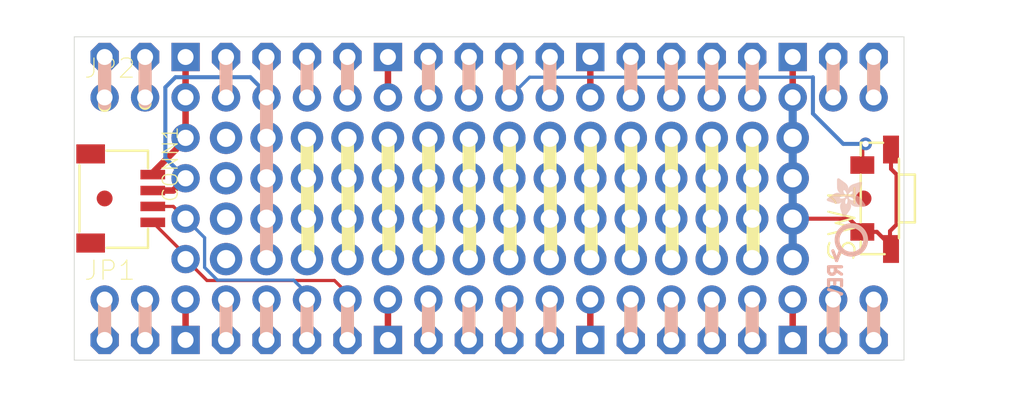
<source format=kicad_pcb>
(kicad_pcb (version 20211014) (generator pcbnew)
  (layers (0 "F.Cu" signal) (31 "B.Cu" signal) (34 "B.Paste" user) (35 "F.Paste" user) (36 "B.SilkS" user "B.Silkscreen") (37 "F.SilkS" user "F.Silkscreen") (38 "B.Mask" user) (39 "F.Mask" user) (44 "Edge.Cuts" user))
  (net 0 "")
  (net 1 "N$49")
  (net 2 "N$50")
  (net 3 "N$51")
  (net 4 "N$52")
  (net 5 "PR2")
  (net 6 "PR3")
  (net 7 "PR4")
  (net 8 "PR5")
  (net 9 "PR6")
  (net 10 "PR7")
  (net 11 "PR8")
  (net 12 "PR9")
  (net 13 "PR10")
  (net 14 "PR11")
  (net 15 "PR12")
  (net 16 "IO0")
  (net 17 "IO1")
  (net 18 "IO2")
  (net 19 "IO3")
  (net 20 "IO4")
  (net 21 "IO5")
  (net 22 "IO6")
  (net 23 "IO7")
  (net 24 "IO8")
  (net 25 "IO9")
  (net 26 "IO10")
  (net 27 "IO11")
  (net 28 "IO12")
  (net 29 "IO13")
  (net 30 "IO14")
  (net 31 "IO15")
  (net 32 "VBUS")
  (net 33 "VSYS")
  (net 34 "GND")
  (net 35 "~{EN}")
  (net 36 "3.3V")
  (net 37 "VREF")
  (net 38 "AD2")
  (net 39 "AD1")
  (net 40 "AD0")
  (net 41 "~{RESET}")
  (net 42 "IO22")
  (net 43 "IO21")
  (net 44 "IO20")
  (net 45 "IO19")
  (net 46 "IO18")
  (net 47 "IO17")
  (net 48 "IO16")
  (net 49 "PR1")
  (footprint "eagleBoard:PLABEL3" (layer "F.Cu") (at 131.1656 112.5601)
    (fp_text reference "PLABEL3" hide)
    (fp_text value "" hide)
  )
  (footprint "eagleBoard:PLABEL8" (layer "F.Cu") (at 146.2151 112.6236)
    (fp_text reference "PLABEL8" hide)
    (fp_text value "" hide)
  )
  (footprint "eagleBoard:PLABEL30" (layer "F.Cu") (at 122.5931 109.8931)
    (fp_text reference "PLABEL30" hide)
    (fp_text value "" hide)
  )
  (footprint "eagleBoard:SPST_TACTILE_RA" (layer "F.Cu") (at 172.8216 105.0036 -90)
    (fp_text reference "SW1" (at 4.131 2.149 90) (layer "F.SilkS") (effects (font (size 1.647139 1.647139) (thickness 0.130861)) (justify left)))
    (fp_text value "RA Tact" hide)
    (pad "" np_thru_hole circle (at -1.15 -0.3 270) (size 1 1) (drill 1) (layers *.Cu *.Mask))
    (pad "" np_thru_hole circle (at 1.15 -0.3 270) (size 1 1) (drill 1) (layers *.Cu *.Mask))
    (pad "1" smd rect (at 2.1 0.9 180) (size 1.5 1.1) (layers "F.Cu" "F.Paste" "F.Mask") (net 34 "GND"))
    (pad "2" smd rect (at -2.1 0.9 180) (size 1.5 1.1) (layers "F.Cu" "F.Paste" "F.Mask") (net 41 "~{RESET}"))
    (pad "MT1" smd rect (at 3.175 -0.9 270) (size 1.75 1) (layers "F.Cu" "F.Paste" "F.Mask") (net 34 "GND"))
    (pad "MT2" smd rect (at -3.075 -0.9 270) (size 1.75 1) (layers "F.Cu" "F.Paste" "F.Mask") (net 34 "GND"))
  )
  (footprint "eagleBoard:PLABEL31" (layer "F.Cu") (at 127.9906 108.8136)
    (fp_text reference "PLABEL31" hide)
    (fp_text value "" hide)
  )
  (footprint "eagleBoard:PLABEL1" (layer "F.Cu") (at 125.8951 112.6236)
    (fp_text reference "PLABEL1" hide)
    (fp_text value "" hide)
  )
  (footprint "eagleBoard:PLABEL4" (layer "F.Cu") (at 133.5151 112.6236)
    (fp_text reference "PLABEL4" hide)
    (fp_text value "" hide)
  )
  (footprint "eagleBoard:PLABEL28" (layer "F.Cu") (at 135.8011 97.3836 90)
    (fp_text reference "PLABEL28" hide)
    (fp_text value "" hide)
  )
  (footprint "eagleBoard:PLABEL14" (layer "F.Cu") (at 148.7551 97.3836)
    (fp_text reference "PLABEL14" hide)
    (fp_text value "" hide)
  )
  (footprint "eagleBoard:FIDUCIAL_1MM" (layer "F.Cu") (at 171.9961 105.0036)
    (fp_text reference "FID2" hide)
    (fp_text value "FIDUCIAL_1MM" hide)
    (pad "1" smd roundrect (at 0 0) (size 1 1) (layers "F.Cu" "F.Mask") (roundrect_rratio 0.5))
  )
  (footprint "eagleBoard:PLABEL15" (layer "F.Cu") (at 172.5676 109.7661)
    (fp_text reference "PLABEL15" hide)
    (fp_text value "" hide)
  )
  (footprint "eagleBoard:PLABEL20" (layer "F.Cu") (at 158.6611 97.3836 90)
    (fp_text reference "PLABEL20" hide)
    (fp_text value "" hide)
  )
  (footprint "eagleBoard:PLABEL32" (layer "F.Cu") (at 128.4986 102.5906 90)
    (fp_text reference "PLABEL32" hide)
    (fp_text value "" hide)
  )
  (footprint "eagleBoard:PLABEL29" (layer "F.Cu") (at 122.5296 101.3206)
    (fp_text reference "PLABEL29" hide)
    (fp_text value "" hide)
  )
  (footprint "eagleBoard:PLABEL23" (layer "F.Cu") (at 163.7411 112.6236 90)
    (fp_text reference "PLABEL23" hide)
    (fp_text value "" hide)
  )
  (footprint "eagleBoard:PLABEL19" (layer "F.Cu") (at 151.0411 97.3836 90)
    (fp_text reference "PLABEL19" hide)
    (fp_text value "" hide)
  )
  (footprint "eagleBoard:PLABEL33" (layer "F.Cu") (at 128.3716 107.3531 90)
    (fp_text reference "PLABEL33" hide)
    (fp_text value "" hide)
  )
  (footprint "eagleBoard:PLABEL13" (layer "F.Cu") (at 133.2611 97.3836 90)
    (fp_text reference "PLABEL13" hide)
    (fp_text value "" hide)
  )
  (footprint "eagleBoard:PLABEL21" (layer "F.Cu") (at 163.7411 97.3836 90)
    (fp_text reference "PLABEL21" hide)
    (fp_text value "" hide)
  )
  (footprint "eagleBoard:PLABEL9" (layer "F.Cu") (at 148.7551 112.6236)
    (fp_text reference "PLABEL9" hide)
    (fp_text value "" hide)
  )
  (footprint "eagleBoard:JST_SH4" (layer "F.Cu") (at 125.3871 105.0036 -90)
    (fp_text reference "CONN1" (at -4.6 -3.106 90) (layer "F.SilkS") (effects (font (size 0.941222 0.941222) (thickness 0.074778)) (justify right)))
    (fp_text value "STEMMA_I2C_QT" hide)
    (pad "1" smd rect (at -1.5 -2.006) (size 1.55 0.6) (layers "F.Cu" "F.Paste" "F.Mask") (net 34 "GND"))
    (pad "2" smd rect (at -0.5 -2.006) (size 1.55 0.6) (layers "F.Cu" "F.Paste" "F.Mask") (net 36 "3.3V"))
    (pad "3" smd rect (at 0.5 -2.006) (size 1.55 0.6) (layers "F.Cu" "F.Paste" "F.Mask") (net 20 "IO4"))
    (pad "4" smd rect (at 1.5 -2.006) (size 1.55 0.6) (layers "F.Cu" "F.Paste" "F.Mask") (net 21 "IO5"))
    (pad "MT1" smd rect (at -2.8 1.894) (size 1.8 1.2) (layers "F.Cu" "F.Paste" "F.Mask"))
    (pad "MT2" smd rect (at 2.8 1.894) (size 1.8 1.2) (layers "F.Cu" "F.Paste" "F.Mask"))
  )
  (footprint "eagleBoard:PLABEL5" (layer "F.Cu") (at 136.0551 112.6236)
    (fp_text reference "PLABEL5" hide)
    (fp_text value "" hide)
  )
  (footprint "eagleBoard:PLABEL34" (layer "F.Cu") (at 127.9271 101.1936)
    (fp_text reference "PLABEL34" hide)
    (fp_text value "" hide)
  )
  (footprint "eagleBoard:FIDUCIAL_1MM" (layer "F.Cu") (at 124.3711 105.0036)
    (fp_text reference "FID1" hide)
    (fp_text value "FIDUCIAL_1MM" hide)
    (pad "1" smd roundrect (at 0 0) (size 1 1) (layers "F.Cu" "F.Mask") (roundrect_rratio 0.5))
  )
  (footprint "eagleBoard:PLABEL0" (layer "F.Cu") (at 170.3451 105.0036 -90)
    (fp_text reference "PLABEL0" hide)
    (fp_text value "" hide)
  )
  (footprint "eagleBoard:PLABEL27" (layer "F.Cu") (at 138.2776 97.5106 90)
    (fp_text reference "PLABEL27" hide)
    (fp_text value "" hide)
  )
  (footprint "eagleBoard:PLABEL26" (layer "F.Cu") (at 145.9611 97.4471 90)
    (fp_text reference "PLABEL26" hide)
    (fp_text value "" hide)
  )
  (footprint "eagleBoard:PLABEL12" (layer "F.Cu") (at 125.6411 97.3836 90)
    (fp_text reference "PLABEL12" hide)
    (fp_text value "" hide)
  )
  (footprint "eagleBoard:PLABEL22" (layer "F.Cu") (at 158.6611 112.6236 90)
    (fp_text reference "PLABEL22" hide)
    (fp_text value "" hide)
  )
  (footprint "eagleBoard:PLABEL18" (layer "F.Cu") (at 170.0911 100.3046)
    (fp_text reference "PLABEL18" hide)
    (fp_text value "" hide)
  )
  (footprint "eagleBoard:PLABEL16" (layer "F.Cu") (at 170.0276 109.7661)
    (fp_text reference "PLABEL16" hide)
    (fp_text value "" hide)
  )
  (footprint "eagleBoard:PLABEL6" (layer "F.Cu") (at 138.5951 112.6236)
    (fp_text reference "PLABEL6" hide)
    (fp_text value "" hide)
  )
  (footprint "eagleBoard:1X20_ROUND_70MIL" (layer "F.Cu") (at 148.5011 98.6536)
    (fp_text reference "JP2" (at -25.4762 -1.8288) (layer "F.SilkS") (effects (font (size 1.20335 1.20335) (thickness 0.06665)) (justify left)))
    (fp_text value "")
    (pad "1" thru_hole circle (at -24.13 0 90) (size 1.778 1.778) (drill 1) (layers *.Cu *.Mask) (net 32 "VBUS"))
    (pad "2" thru_hole circle (at -21.59 0 90) (size 1.778 1.778) (drill 1) (layers *.Cu *.Mask) (net 33 "VSYS"))
    (pad "3" thru_hole circle (at -19.05 0 90) (size 1.778 1.778) (drill 1) (layers *.Cu *.Mask) (net 34 "GND"))
    (pad "4" thru_hole circle (at -16.51 0 90) (size 1.778 1.778) (drill 1) (layers *.Cu *.Mask) (net 35 "~{EN}"))
    (pad "5" thru_hole circle (at -13.97 0 90) (size 1.778 1.778) (drill 1) (layers *.Cu *.Mask) (net 36 "3.3V"))
    (pad "6" thru_hole circle (at -11.43 0 90) (size 1.778 1.778) (drill 1) (layers *.Cu *.Mask) (net 37 "VREF"))
    (pad "7" thru_hole circle (at -8.89 0 90) (size 1.778 1.778) (drill 1) (layers *.Cu *.Mask) (net 38 "AD2"))
    (pad "8" thru_hole circle (at -6.35 0 90) (size 1.778 1.778) (drill 1) (layers *.Cu *.Mask) (net 34 "GND"))
    (pad "9" thru_hole circle (at -3.81 0 90) (size 1.778 1.778) (drill 1) (layers *.Cu *.Mask) (net 39 "AD1"))
    (pad "10" thru_hole circle (at -1.27 0 90) (size 1.778 1.778) (drill 1) (layers *.Cu *.Mask) (net 40 "AD0"))
    (pad "11" thru_hole circle (at 1.27 0 90) (size 1.778 1.778) (drill 1) (layers *.Cu *.Mask) (net 41 "~{RESET}"))
    (pad "12" thru_hole circle (at 3.81 0 90) (size 1.778 1.778) (drill 1) (layers *.Cu *.Mask) (net 42 "IO22"))
    (pad "13" thru_hole circle (at 6.35 0 90) (size 1.778 1.778) (drill 1) (layers *.Cu *.Mask) (net 34 "GND"))
    (pad "14" thru_hole circle (at 8.89 0 90) (size 1.778 1.778) (drill 1) (layers *.Cu *.Mask) (net 43 "IO21"))
    (pad "15" thru_hole circle (at 11.43 0 90) (size 1.778 1.778) (drill 1) (layers *.Cu *.Mask) (net 44 "IO20"))
    (pad "16" thru_hole circle (at 13.97 0 90) (size 1.778 1.778) (drill 1) (layers *.Cu *.Mask) (net 45 "IO19"))
    (pad "17" thru_hole circle (at 16.51 0 90) (size 1.778 1.778) (drill 1) (layers *.Cu *.Mask) (net 46 "IO18"))
    (pad "18" thru_hole circle (at 19.05 0 90) (size 1.778 1.778) (drill 1) (layers *.Cu *.Mask) (net 34 "GND"))
    (pad "19" thru_hole circle (at 21.59 0 90) (size 1.778 1.778) (drill 1) (layers *.Cu *.Mask) (net 47 "IO17"))
    (pad "20" thru_hole circle (at 24.13 0 90) (size 1.778 1.778) (drill 1) (layers *.Cu *.Mask) (net 48 "IO16"))
  )
  (footprint "eagleBoard:PICOWBELL" (layer "F.Cu") (at 123.1011 113.8936)
    (fp_text reference "CB1" hide)
    (fp_text value "PICOWBELL_THM" hide)
    (pad "1" thru_hole roundrect (at 1.27 0) (size 1.778 1.778) (drill 1) (layers *.Cu *.Mask) (chamfer_ratio 0.2928932188) (chamfer top_left top_right bottom_left bottom_right) (net 16 "IO0"))
    (pad "2" thru_hole roundrect (at 3.81 0) (size 1.778 1.778) (drill 1) (layers *.Cu *.Mask) (chamfer_ratio 0.2928932188) (chamfer top_left top_right bottom_left bottom_right) (net 17 "IO1"))
    (pad "3" thru_hole rect (at 6.35 0) (size 1.778 1.778) (drill 1) (layers *.Cu *.Mask) (net 34 "GND"))
    (pad "4" thru_hole roundrect (at 8.89 0) (size 1.778 1.778) (drill 1) (layers *.Cu *.Mask) (chamfer_ratio 0.2928932188) (chamfer top_left top_right bottom_left bottom_right) (net 18 "IO2"))
    (pad "5" thru_hole roundrect (at 11.43 0) (size 1.778 1.778) (drill 1) (layers *.Cu *.Mask) (chamfer_ratio 0.2928932188) (chamfer top_left top_right bottom_left bottom_right) (net 19 "IO3"))
    (pad "6" thru_hole roundrect (at 13.97 0) (size 1.778 1.778) (drill 1) (layers *.Cu *.Mask) (chamfer_ratio 0.2928932188) (chamfer top_left top_right bottom_left bottom_right) (net 20 "IO4"))
    (pad "7" thru_hole roundrect (at 16.51 0) (size 1.778 1.778) (drill 1) (layers *.Cu *.Mask) (chamfer_ratio 0.2928932188) (chamfer top_left top_right bottom_left bottom_right) (net 21 "IO5"))
    (pad "8" thru_hole rect (at 19.05 0) (size 1.778 1.778) (drill 1) (layers *.Cu *.Mask) (net 34 "GND"))
    (pad "9" thru_hole roundrect (at 21.59 0) (size 1.778 1.778) (drill 1) (layers *.Cu *.Mask) (chamfer_ratio 0.2928932188) (chamfer top_left top_right bottom_left bottom_right) (net 22 "IO6"))
    (pad "10" thru_hole roundrect (at 24.13 0) (size 1.778 1.778) (drill 1) (layers *.Cu *.Mask) (chamfer_ratio 0.2928932188) (chamfer top_left top_right bottom_left bottom_right) (net 23 "IO7"))
    (pad "11" thru_hole roundrect (at 26.67 0) (size 1.778 1.778) (drill 1) (layers *.Cu *.Mask) (chamfer_ratio 0.2928932188) (chamfer top_left top_right bottom_left bottom_right) (net 24 "IO8"))
    (pad "12" thru_hole roundrect (at 29.21 0) (size 1.778 1.778) (drill 1) (layers *.Cu *.Mask) (chamfer_ratio 0.2928932188) (chamfer top_left top_right bottom_left bottom_right) (net 25 "IO9"))
    (pad "13" thru_hole rect (at 31.75 0) (size 1.778 1.778) (drill 1) (layers *.Cu *.Mask) (net 34 "GND"))
    (pad "14" thru_hole roundrect (at 34.29 0) (size 1.778 1.778) (drill 1) (layers *.Cu *.Mask) (chamfer_ratio 0.2928932188) (chamfer top_left top_right bottom_left bottom_right) (net 26 "IO10"))
    (pad "15" thru_hole roundrect (at 36.83 0) (size 1.778 1.778) (drill 1) (layers *.Cu *.Mask) (chamfer_ratio 0.2928932188) (chamfer top_left top_right bottom_left bottom_right) (net 27 "IO11"))
    (pad "16" thru_hole roundrect (at 39.37 0) (size 1.778 1.778) (drill 1) (layers *.Cu *.Mask) (chamfer_ratio 0.2928932188) (chamfer top_left top_right bottom_left bottom_right) (net 28 "IO12"))
    (pad "17" thru_hole roundrect (at 41.91 0) (size 1.778 1.778) (drill 1) (layers *.Cu *.Mask) (chamfer_ratio 0.2928932188) (chamfer top_left top_right bottom_left bottom_right) (net 29 "IO13"))
    (pad "18" thru_hole rect (at 44.45 0) (size 1.778 1.778) (drill 1) (layers *.Cu *.Mask) (net 34 "GND"))
    (pad "19" thru_hole roundrect (at 46.99 0) (size 1.778 1.778) (drill 1) (layers *.Cu *.Mask) (chamfer_ratio 0.2928932188) (chamfer top_left top_right bottom_left bottom_right) (net 30 "IO14"))
    (pad "20" thru_hole roundrect (at 49.53 0) (size 1.778 1.778) (drill 1) (layers *.Cu *.Mask) (chamfer_ratio 0.2928932188) (chamfer top_left top_right bottom_left bottom_right) (net 31 "IO15"))
    (pad "21" thru_hole roundrect (at 49.53 -17.78 180) (size 1.778 1.778) (drill 1) (layers *.Cu *.Mask) (chamfer_ratio 0.2928932188) (chamfer top_left top_right bottom_left bottom_right) (net 48 "IO16"))
    (pad "22" thru_hole roundrect (at 46.99 -17.78 180) (size 1.778 1.778) (drill 1) (layers *.Cu *.Mask) (chamfer_ratio 0.2928932188) (chamfer top_left top_right bottom_left bottom_right) (net 47 "IO17"))
    (pad "23" thru_hole rect (at 44.45 -17.78 180) (size 1.778 1.778) (drill 1) (layers *.Cu *.Mask) (net 34 "GND"))
    (pad "24" thru_hole roundrect (at 41.91 -17.78 180) (size 1.778 1.778) (drill 1) (layers *.Cu *.Mask) (chamfer_ratio 0.2928932188) (chamfer top_left top_right bottom_left bottom_right) (net 46 "IO18"))
    (pad "25" thru_hole roundrect (at 39.37 -17.78 180) (size 1.778 1.778) (drill 1) (layers *.Cu *.Mask) (chamfer_ratio 0.2928932188) (chamfer top_left top_right bottom_left bottom_right) (net 45 "IO19"))
    (pad "26" thru_hole roundrect (at 36.83 -17.78 180) (size 1.778 1.778) (drill 1) (layers *.Cu *.Mask) (chamfer_ratio 0.2928932188) (chamfer top_left top_right bottom_left bottom_right) (net 44 "IO20"))
    (pad "27" thru_hole roundrect (at 34.29 -17.78 180) (size 1.778 1.778) (drill 1) (layers *.Cu *.Mask) (chamfer_ratio 0.2928932188) (chamfer top_left top_right bottom_left bottom_right) (net 43 "IO21"))
    (pad "28" thru_hole rect (at 31.75 -17.78 180) (size 1.778 1.778) (drill 1) (layers *.Cu *.Mask) (net 34 "GND"))
    (pad "29" thru_hole roundrect (at 29.21 -17.78 180) (size 1.778 1.778) (drill 1) (layers *.Cu *.Mask) (chamfer_ratio 0.2928932188) (chamfer top_left top_right bottom_left bottom_right) (net 42 "IO22"))
    (pad "30" thru_hole roundrect (at 26.67 -17.78 180) (size 1.778 1.778) (drill 1) (layers *.Cu *.Mask) (chamfer_ratio 0.2928932188) (chamfer top_left top_right bottom_left bottom_right) (net 41 "~{RESET}"))
    (pad "31" thru_hole roundrect (at 24.13 -17.78 180) (size 1.778 1.778) (drill 1) (layers *.Cu *.Mask) (chamfer_ratio 0.2928932188) (chamfer top_left top_right bottom_left bottom_right) (net 40 "AD0"))
    (pad "32" thru_hole roundrect (at 21.59 -17.78 180) (size 1.778 1.778) (drill 1) (layers *.Cu *.Mask) (chamfer_ratio 0.2928932188) (chamfer top_left top_right bottom_left bottom_right) (net 39 "AD1"))
    (pad "33" thru_hole rect (at 19.05 -17.78 180) (size 1.778 1.778) (drill 1) (layers *.Cu *.Mask) (net 34 "GND"))
    (pad "34" thru_hole roundrect (at 16.51 -17.78 180) (size 1.778 1.778) (drill 1) (layers *.Cu *.Mask) (chamfer_ratio 0.2928932188) (chamfer top_left top_right bottom_left bottom_right) (net 38 "AD2"))
    (pad "35" thru_hole roundrect (at 13.97 -17.78 180) (size 1.778 1.778) (drill 1) (layers *.Cu *.Mask) (chamfer_ratio 0.2928932188) (chamfer top_left top_right bottom_left bottom_right) (net 37 "VREF"))
    (pad "36" thru_hole roundrect (at 11.43 -17.78 180) (size 1.778 1.778) (drill 1) (layers *.Cu *.Mask) (chamfer_ratio 0.2928932188) (chamfer top_left top_right bottom_left bottom_right) (net 36 "3.3V"))
    (pad "37" thru_hole roundrect (at 8.89 -17.78 180) (size 1.778 1.778) (drill 1) (layers *.Cu *.Mask) (chamfer_ratio 0.2928932188) (chamfer top_left top_right bottom_left bottom_right) (net 35 "~{EN}"))
    (pad "38" thru_hole rect (at 6.35 -17.78 180) (size 1.778 1.778) (drill 1) (layers *.Cu *.Mask) (net 34 "GND"))
    (pad "39" thru_hole roundrect (at 3.81 -17.78 180) (size 1.778 1.778) (drill 1) (layers *.Cu *.Mask) (chamfer_ratio 0.2928932188) (chamfer top_left top_right bottom_left bottom_right) (net 33 "VSYS"))
    (pad "40" thru_hole roundrect (at 1.27 -17.78 180) (size 1.778 1.778) (drill 1) (layers *.Cu *.Mask) (chamfer_ratio 0.2928932188) (chamfer top_left top_right bottom_left bottom_right) (net 32 "VBUS"))
  )
  (footprint "eagleBoard:PLABEL24" (layer "F.Cu") (at 161.2011 97.3836 90)
    (fp_text reference "PLABEL24" hide)
    (fp_text value "" hide)
  )
  (footprint "eagleBoard:PLABEL7" (layer "F.Cu") (at 143.8656 112.6236)
    (fp_text reference "PLABEL7" hide)
    (fp_text value "" hide)
  )
  (footprint "eagleBoard:PLABEL10" (layer "F.Cu") (at 151.2951 112.6236)
    (fp_text reference "PLABEL10" hide)
    (fp_text value "" hide)
  )
  (footprint "eagleBoard:PLABEL17" (layer "F.Cu") (at 172.5676 100.1776)
    (fp_text reference "PLABEL17" hide)
    (fp_text value "" hide)
  )
  (footprint "eagleBoard:PLABEL11" (layer "F.Cu") (at 123.1011 97.3836 90)
    (fp_text reference "PLABEL11" hide)
    (fp_text value "" hide)
  )
  (footprint "eagleBoard:PLABEL25" (layer "F.Cu") (at 161.2011 112.6236 90)
    (fp_text reference "PLABEL25" hide)
    (fp_text value "" hide)
  )
  (footprint "eagleBoard:1X20_ROUND_70MIL" (layer "F.Cu") (at 148.5011 111.3536)
    (fp_text reference "JP1" (at -25.4762 -1.8288) (layer "F.SilkS") (effects (font (size 1.20335 1.20335) (thickness 0.06665)) (justify left)))
    (fp_text value "")
    (pad "1" thru_hole circle (at -24.13 0 90) (size 1.778 1.778) (drill 1) (layers *.Cu *.Mask) (net 16 "IO0"))
    (pad "2" thru_hole circle (at -21.59 0 90) (size 1.778 1.778) (drill 1) (layers *.Cu *.Mask) (net 17 "IO1"))
    (pad "3" thru_hole circle (at -19.05 0 90) (size 1.778 1.778) (drill 1) (layers *.Cu *.Mask) (net 34 "GND"))
    (pad "4" thru_hole circle (at -16.51 0 90) (size 1.778 1.778) (drill 1) (layers *.Cu *.Mask) (net 18 "IO2"))
    (pad "5" thru_hole circle (at -13.97 0 90) (size 1.778 1.778) (drill 1) (layers *.Cu *.Mask) (net 19 "IO3"))
    (pad "6" thru_hole circle (at -11.43 0 90) (size 1.778 1.778) (drill 1) (layers *.Cu *.Mask) (net 20 "IO4"))
    (pad "7" thru_hole circle (at -8.89 0 90) (size 1.778 1.778) (drill 1) (layers *.Cu *.Mask) (net 21 "IO5"))
    (pad "8" thru_hole circle (at -6.35 0 90) (size 1.778 1.778) (drill 1) (layers *.Cu *.Mask) (net 34 "GND"))
    (pad "9" thru_hole circle (at -3.81 0 90) (size 1.778 1.778) (drill 1) (layers *.Cu *.Mask) (net 22 "IO6"))
    (pad "10" thru_hole circle (at -1.27 0 90) (size 1.778 1.778) (drill 1) (layers *.Cu *.Mask) (net 23 "IO7"))
    (pad "11" thru_hole circle (at 1.27 0 90) (size 1.778 1.778) (drill 1) (layers *.Cu *.Mask) (net 24 "IO8"))
    (pad "12" thru_hole circle (at 3.81 0 90) (size 1.778 1.778) (drill 1) (layers *.Cu *.Mask) (net 25 "IO9"))
    (pad "13" thru_hole circle (at 6.35 0 90) (size 1.778 1.778) (drill 1) (layers *.Cu *.Mask) (net 34 "GND"))
    (pad "14" thru_hole circle (at 8.89 0 90) (size 1.778 1.778) (drill 1) (layers *.Cu *.Mask) (net 26 "IO10"))
    (pad "15" thru_hole circle (at 11.43 0 90) (size 1.778 1.778) (drill 1) (layers *.Cu *.Mask) (net 27 "IO11"))
    (pad "16" thru_hole circle (at 13.97 0 90) (size 1.778 1.778) (drill 1) (layers *.Cu *.Mask) (net 28 "IO12"))
    (pad "17" thru_hole circle (at 16.51 0 90) (size 1.778 1.778) (drill 1) (layers *.Cu *.Mask) (net 29 "IO13"))
    (pad "18" thru_hole circle (at 19.05 0 90) (size 1.778 1.778) (drill 1) (layers *.Cu *.Mask) (net 34 "GND"))
    (pad "19" thru_hole circle (at 21.59 0 90) (size 1.778 1.778) (drill 1) (layers *.Cu *.Mask) (net 30 "IO14"))
    (pad "20" thru_hole circle (at 24.13 0 90) (size 1.778 1.778) (drill 1) (layers *.Cu *.Mask) (net 31 "IO15"))
  )
  (footprint "eagleBoard:PLABEL2" (layer "F.Cu") (at 123.3551 112.6236)
    (fp_text reference "PLABEL2" hide)
    (fp_text value "" hide)
  )
  (footprint "eagleBoard:PLABEL61" (layer "B.Cu") (at 145.9611 97.3836 90)
    (fp_text reference "PLABEL61" hide)
    (fp_text value "" hide)
  )
  (footprint "eagleBoard:PLABEL63" (layer "B.Cu") (at 135.8011 97.3836 90)
    (fp_text reference "PLABEL63" hide)
    (fp_text value "" hide)
  )
  (footprint "eagleBoard:PLABEL48" (layer "B.Cu") (at 133.2611 97.3836 90)
    (fp_text reference "PLABEL48" hide)
    (fp_text value "" hide)
  )
  (footprint "eagleBoard:PLABEL58" (layer "B.Cu") (at 163.7411 112.6236 90)
    (fp_text reference "PLABEL58" hide)
    (fp_text value "" hide)
  )
  (footprint "eagleBoard:PLABEL38" (layer "B.Cu") (at 131.1021 112.5601 180)
    (fp_text reference "PLABEL38" hide)
    (fp_text value "" hide)
  )
  (footprint "eagleBoard:PLABEL50" (layer "B.Cu") (at 172.6311 109.7661 180)
    (fp_text reference "PLABEL50" hide)
    (fp_text value "" hide)
  )
  (footprint "eagleBoard:PLABEL57" (layer "B.Cu") (at 158.6611 112.6236 90)
    (fp_text reference "PLABEL57" hide)
    (fp_text value "" hide)
  )
  (footprint "eagleBoard:PLABEL54" (layer "B.Cu") (at 151.0411 97.3836 90)
    (fp_text reference "PLABEL54" hide)
    (fp_text value "" hide)
  )
  (footprint "eagleBoard:PLABEL36" (layer "B.Cu") (at 125.8951 112.6236 180)
    (fp_text reference "PLABEL36" hide)
    (fp_text value "" hide)
  )
  (footprint "eagleBoard:PLABEL67" (layer "B.Cu") (at 127.9271 108.8136 90)
    (fp_text reference "PLABEL67" hide)
    (fp_text value "" hide)
  )
  (footprint "eagleBoard:PLABEL52" (layer "B.Cu") (at 172.6311 100.1776 180)
    (fp_text reference "PLABEL52" hide)
    (fp_text value "" hide)
  )
  (footprint "eagleBoard:PLABEL65" (layer "B.Cu") (at 127.9271 103.7336 90)
    (fp_text reference "PLABEL65" hide)
    (fp_text value "" hide)
  )
  (footprint "eagleBoard:PLABEL45" (layer "B.Cu") (at 151.2951 112.6236 180)
    (fp_text reference "PLABEL45" hide)
    (fp_text value "" hide)
  )
  (footprint "eagleBoard:PCBFEAT-REV-040" (layer "B.Cu") (at 171.2341 107.6071 90)
    (fp_text reference "U$6" hide)
    (fp_text value "" hide)
    (fp_text user ">REV" (at -0.3556 -0.508 270) (layer "B.SilkS") (effects (font (size 0.8128 0.8128) (thickness 0.2032)) (justify left bottom mirror)))
  )
  (footprint "eagleBoard:PLABEL59" (layer "B.Cu") (at 161.2011 97.3836 90)
    (fp_text reference "PLABEL59" hide)
    (fp_text value "" hide)
  )
  (footprint "eagleBoard:PLABEL46" (layer "B.Cu") (at 123.1011 97.3836 90)
    (fp_text reference "PLABEL46" hide)
    (fp_text value "" hide)
  )
  (footprint "eagleBoard:PLABEL39" (layer "B.Cu") (at 133.5151 112.6236 180)
    (fp_text reference "PLABEL39" hide)
    (fp_text value "" hide)
  )
  (footprint "eagleBoard:PLABEL60" (layer "B.Cu") (at 161.2011 112.6236 90)
    (fp_text reference "PLABEL60" hide)
    (fp_text value "" hide)
  )
  (footprint "eagleBoard:PLABEL66" (layer "B.Cu") (at 127.9271 106.2736 90)
    (fp_text reference "PLABEL66" hide)
    (fp_text value "" hide)
  )
  (footprint "eagleBoard:PLABEL53" (layer "B.Cu") (at 170.0911 100.2411 180)
    (fp_text reference "PLABEL53" hide)
    (fp_text value "" hide)
  )
  (footprint "eagleBoard:PLABEL56" (layer "B.Cu") (at 163.7411 97.3836 90)
    (fp_text reference "PLABEL56" hide)
    (fp_text value "" hide)
  )
  (footprint "eagleBoard:PLABEL41" (layer "B.Cu") (at 138.5951 112.6236 180)
    (fp_text reference "PLABEL41" hide)
    (fp_text value "" hide)
  )
  (footprint "eagleBoard:ADAFRUIT_2.5MM" (layer "B.Cu") (at 172.1231 103.7336 -90)
    (fp_text reference "U$2" hide)
    (fp_text value "" hide)
  )
  (footprint "eagleBoard:PLABEL42" (layer "B.Cu") (at 143.9291 112.6236 180)
    (fp_text reference "PLABEL42" hide)
    (fp_text value "" hide)
  )
  (footprint "eagleBoard:PLABEL40" (layer "B.Cu") (at 136.0551 112.6236 180)
    (fp_text reference "PLABEL40" hide)
    (fp_text value "" hide)
  )
  (footprint "eagleBoard:PLABEL62" (layer "B.Cu") (at 138.2141 97.2566 90)
    (fp_text reference "PLABEL62" hide)
    (fp_text value "" hide)
  )
  (footprint "eagleBoard:PLABEL43" (layer "B.Cu") (at 146.2151 112.6236 180)
    (fp_text reference "PLABEL43" hide)
    (fp_text value "" hide)
  )
  (footprint "eagleBoard:PLABEL44" (layer "B.Cu") (at 148.7551 112.6236 180)
    (fp_text reference "PLABEL44" hide)
    (fp_text value "" hide)
  )
  (footprint "eagleBoard:PLABEL64" (layer "B.Cu") (at 127.9271 101.1936 90)
    (fp_text reference "PLABEL64" hide)
    (fp_text value "" hide)
  )
  (footprint "eagleBoard:PLABEL51" (layer "B.Cu") (at 170.1546 109.8296 180)
    (fp_text reference "PLABEL51" hide)
    (fp_text value "" hide)
  )
  (footprint "eagleBoard:PLABEL35" (layer "B.Cu") (at 124.6251 105.0036 90)
    (fp_text reference "PLABEL35" hide)
    (fp_text value "" hide)
  )
  (footprint "eagleBoard:PLABEL49" (layer "B.Cu") (at 148.7551 97.3836 180)
    (fp_text reference "PLABEL49" hide)
    (fp_text value "" hide)
  )
  (footprint "eagleBoard:PLABEL55" (layer "B.Cu") (at 158.6611 97.3836 90)
    (fp_text reference "PLABEL55" hide)
    (fp_text value "" hide)
  )
  (footprint "eagleBoard:PLABEL37" (layer "B.Cu") (at 123.3551 112.6236 180)
    (fp_text reference "PLABEL37" hide)
    (fp_text value "" hide)
  )
  (footprint "eagleBoard:PLABEL47" (layer "B.Cu") (at 125.6411 97.3836 90)
    (fp_text reference "PLABEL47" hide)
    (fp_text value "" hide)
  )
  (gr_line (start 157.3911 96.1136) (end 157.3911 98.6536) (layer "B.SilkS") (width 0.8128))
  (gr_line (start 149.7711 96.1136) (end 149.7711 98.6536) (layer "B.SilkS") (width 0.8128))
  (gr_line (start 131.9911 113.8936) (end 131.9911 111.3536) (layer "B.SilkS") (width 0.8128))
  (gr_line (start 172.6311 111.3536) (end 172.6311 113.8936) (layer "B.SilkS") (width 0.8128))
  (gr_line (start 131.9911 96.1136) (end 131.9911 98.6536) (layer "B.SilkS") (width 0.8128))
  (gr_line (start 170.0911 96.1136) (end 170.0911 98.6536) (layer "B.SilkS") (width 0.8128))
  (gr_line (start 147.2311 111.3536) (end 147.2311 113.8936) (layer "B.SilkS") (width 0.8128))
  (gr_line (start 149.7711 113.8936) (end 149.7711 111.3536) (layer "B.SilkS") (width 0.8128))
  (gr_line (start 172.6311 96.1136) (end 172.6311 98.6536) (layer "B.SilkS") (width 0.8128))
  (gr_line (start 152.3111 111.3536) (end 152.3111 113.8936) (layer "B.SilkS") (width 0.8128))
  (gr_line (start 137.0711 113.8936) (end 137.0711 111.3536) (layer "B.SilkS") (width 0.8128))
  (gr_line (start 162.4711 96.1136) (end 162.4711 98.6536) (layer "B.SilkS") (width 0.8128))
  (gr_line (start 139.6111 111.3536) (end 139.6111 113.8936) (layer "B.SilkS") (width 0.8128))
  (gr_line (start 162.4711 113.8936) (end 162.4711 111.3536) (layer "B.SilkS") (width 0.8128))
  (gr_line (start 159.9311 111.3536) (end 159.9311 113.8936) (layer "B.SilkS") (width 0.8128))
  (gr_line (start 137.0711 96.1136) (end 137.0711 98.6536) (layer "B.SilkS") (width 0.8128))
  (gr_line (start 170.0911 111.3536) (end 170.0911 113.8936) (layer "B.SilkS") (width 0.8128))
  (gr_line (start 126.9111 98.9076) (end 126.9111 96.1136) (layer "B.SilkS") (width 0.8128))
  (gr_line (start 134.5311 96.1136) (end 134.5311 108.8136) (layer "B.SilkS") (width 0.8128))
  (gr_line (start 124.3711 113.8936) (end 124.3711 111.3536) (layer "B.SilkS") (width 0.8128))
  (gr_line (start 139.6111 96.1136) (end 139.6111 98.6536) (layer "B.SilkS") (width 0.8128))
  (gr_line (start 152.3111 98.6536) (end 152.3111 96.1136) (layer "B.SilkS") (width 0.8128))
  (gr_line (start 165.0111 96.1136) (end 165.0111 98.6536) (layer "B.SilkS") (width 0.8128))
  (gr_line (start 134.5311 111.3536) (end 134.5311 113.8936) (layer "B.SilkS") (width 0.8128))
  (gr_line (start 144.6911 113.8936) (end 144.6911 111.3536) (layer "B.SilkS") (width 0.8128))
  (gr_line (start 124.3711 96.1136) (end 124.3711 99.0346) (layer "B.SilkS") (width 0.8128))
  (gr_line (start 147.2311 96.1136) (end 147.2311 98.6536) (layer "B.SilkS") (width 0.8128))
  (gr_line (start 144.6911 96.1136) (end 144.6911 98.6536) (layer "B.SilkS") (width 0.8128))
  (gr_line (start 159.9311 98.6536) (end 159.9311 96.1136) (layer "B.SilkS") (width 0.8128))
  (gr_line (start 126.9111 111.3536) (end 126.9111 113.8936) (layer "B.SilkS") (width 0.8128))
  (gr_line (start 157.3911 113.8936) (end 157.3911 111.3536) (layer "B.SilkS") (width 0.8128))
  (gr_line (start 165.0111 111.3536) (end 165.0111 113.8936) (layer "B.SilkS") (width 0.8128))
  (gr_line (start 139.6111 111.3536) (end 139.6111 113.8936) (layer "F.SilkS") (width 0.8128))
  (gr_line (start 172.6311 96.1136) (end 172.6311 98.6536) (layer "F.SilkS") (width 0.8128))
  (gr_line (start 144.6911 96.1136) (end 144.6911 98.6536) (layer "F.SilkS") (width 0.8128))
  (gr_line (start 152.3111 101.2571) (end 152.3746 108.9406) (layer "F.SilkS") (width 0.8128))
  (gr_line (start 149.7711 101.2571) (end 149.8346 108.9406) (layer "F.SilkS") (width 0.8128))
  (gr_line (start 162.4711 101.2571) (end 162.5346 108.9406) (layer "F.SilkS") (width 0.8128))
  (gr_line (start 157.3911 113.8936) (end 157.3911 111.3536) (layer "F.SilkS") (width 0.8128))
  (gr_line (start 165.0111 101.2571) (end 165.0746 108.9406) (layer "F.SilkS") (width 0.8128))
  (gr_line (start 144.6911 113.8936) (end 144.6911 111.3536) (layer "F.SilkS") (width 0.8128))
  (gr_line (start 137.0711 96.1136) (end 137.0711 98.6536) (layer "F.SilkS") (width 0.8128))
  (gr_line (start 159.9311 111.3536) (end 159.9311 113.8936) (layer "F.SilkS") (width 0.8128))
  (gr_line (start 147.2311 96.1136) (end 147.2311 98.6536) (layer "F.SilkS") (width 0.8128))
  (gr_line (start 139.6111 101.2571) (end 139.6746 108.9406) (layer "F.SilkS") (width 0.8128))
  (gr_line (start 172.6311 111.3536) (end 172.6311 113.8936) (layer "F.SilkS") (width 0.8128))
  (gr_line (start 142.1511 101.2571) (end 142.2146 108.9406) (layer "F.SilkS") (width 0.8128))
  (gr_line (start 134.5311 111.3536) (end 134.5311 113.8936) (layer "F.SilkS") (width 0.8128))
  (gr_line (start 152.3111 98.6536) (end 152.3111 96.1136) (layer "F.SilkS") (width 0.8128))
  (gr_line (start 147.2311 111.3536) (end 147.2311 113.8936) (layer "F.SilkS") (width 0.8128))
  (gr_line (start 137.0711 101.2571) (end 137.1346 108.9406) (layer "F.SilkS") (width 0.8128))
  (gr_line (start 126.9111 111.3536) (end 126.9111 113.8936) (layer "F.SilkS") (width 0.8128))
  (gr_line (start 131.9911 96.1136) (end 131.9911 98.6536) (layer "F.SilkS") (width 0.8128))
  (gr_line (start 157.3911 96.1136) (end 157.3911 98.6536) (layer "F.SilkS") (width 0.8128))
  (gr_line (start 165.0111 96.1136) (end 165.0111 98.6536) (layer "F.SilkS") (width 0.8128))
  (gr_line (start 152.3111 111.3536) (end 152.3111 113.8936) (layer "F.SilkS") (width 0.8128))
  (gr_line (start 137.0711 113.8936) (end 137.0711 111.3536) (layer "F.SilkS") (width 0.8128))
  (gr_line (start 147.2311 101.2571) (end 147.2946 108.9406) (layer "F.SilkS") (width 0.8128))
  (gr_line (start 170.0911 96.1136) (end 170.0911 98.6536) (layer "F.SilkS") (width 0.8128))
  (gr_line (start 144.6911 101.2571) (end 144.7546 108.9406) (layer "F.SilkS") (width 0.8128))
  (gr_line (start 139.6111 96.1136) (end 139.6111 98.6536) (layer "F.SilkS") (width 0.8128))
  (gr_line (start 170.0911 111.3536) (end 170.0911 113.8936) (layer "F.SilkS") (width 0.8128))
  (gr_line (start 162.4711 96.1136) (end 162.4711 98.6536) (layer "F.SilkS") (width 0.8128))
  (gr_line (start 157.3911 101.2571) (end 157.4546 108.9406) (layer "F.SilkS") (width 0.8128))
  (gr_line (start 124.3711 113.8936) (end 124.3711 111.3536) (layer "F.SilkS") (width 0.8128))
  (gr_line (start 154.8511 101.2571) (end 154.9146 108.9406) (layer "F.SilkS") (width 0.8128))
  (gr_line (start 126.9111 99.0346) (end 126.9111 96.1136) (layer "F.SilkS") (width 0.8128))
  (gr_line (start 131.9911 113.8936) (end 131.9911 111.3536) (layer "F.SilkS") (width 0.8128))
  (gr_line (start 134.5311 96.1136) (end 134.5311 108.8136) (layer "F.SilkS") (width 0.8128))
  (gr_line (start 162.4711 113.8936) (end 162.4711 111.3536) (layer "F.SilkS") (width 0.8128))
  (gr_line (start 165.0111 111.3536) (end 165.0111 113.8936) (layer "F.SilkS") (width 0.8128))
  (gr_line (start 149.7711 113.8936) (end 149.7711 111.3536) (layer "F.SilkS") (width 0.8128))
  (gr_line (start 159.9311 98.6536) (end 159.9311 96.1136) (layer "F.SilkS") (width 0.8128))
  (gr_line (start 159.9311 101.2571) (end 159.9946 108.9406) (layer "F.SilkS") (width 0.8128))
  (gr_line (start 124.3711 96.1136) (end 124.3711 99.1616) (layer "F.SilkS") (width 0.8128))
  (gr_line (start 149.7711 96.1136) (end 149.7711 98.6536) (layer "F.SilkS") (width 0.8128))
  (gr_line (start 122.4661 94.8436) (end 174.5361 94.8436) (layer "Edge.Cuts") (width 0.05))
  (gr_line (start 174.5361 94.8436) (end 174.5361 115.1636) (layer "Edge.Cuts") (width 0.05))
  (gr_line (start 174.5361 115.1636) (end 122.4661 115.1636) (layer "Edge.Cuts") (width 0.05))
  (gr_line (start 122.4661 115.1636) (end 122.4661 94.8436) (layer "Edge.Cuts") (width 0.05))
  (via (at 131.9911 108.8136) (size 2.032) (drill 1.143) (layers "F.Cu" "B.Cu") (net 1))
  (via (at 131.9911 106.2736) (size 2.032) (drill 1.143) (layers "F.Cu" "B.Cu") (net 2))
  (via (at 131.9911 103.7336) (size 2.032) (drill 1.143) (layers "F.Cu" "B.Cu") (net 3))
  (via (at 131.9911 101.1936) (size 2.032) (drill 1.143) (layers "F.Cu" "B.Cu") (net 4))
  (via (at 139.6111 103.7336) (size 2.032) (drill 1.143) (layers "F.Cu" "B.Cu") (net 5))
  (via (at 139.6111 108.8136) (size 2.032) (drill 1.143) (layers "F.Cu" "B.Cu") (net 5))
  (via (at 139.6111 106.2736) (size 2.032) (drill 1.143) (layers "F.Cu" "B.Cu") (net 5))
  (via (at 139.6111 101.1936) (size 2.032) (drill 1.143) (layers "F.Cu" "B.Cu") (net 5))
  (segment (start 139.6111 103.7336) (end 139.6111 106.2736) (width 0.508) (layer "B.Cu") (net 5))
  (segment (start 139.6111 101.1936) (end 139.6111 103.7336) (width 0.508) (layer "B.Cu") (net 5))
  (segment (start 139.6111 108.8136) (end 139.6111 106.2736) (width 0.508) (layer "B.Cu") (net 5))
  (via (at 142.1511 103.7336) (size 2.032) (drill 1.143) (layers "F.Cu" "B.Cu") (net 6))
  (via (at 142.1511 108.8136) (size 2.032) (drill 1.143) (layers "F.Cu" "B.Cu") (net 6))
  (via (at 142.1511 101.1936) (size 2.032) (drill 1.143) (layers "F.Cu" "B.Cu") (net 6))
  (via (at 142.1511 106.2736) (size 2.032) (drill 1.143) (layers "F.Cu" "B.Cu") (net 6))
  (segment (start 142.1511 106.2736) (end 142.1511 103.7336) (width 0.508) (layer "B.Cu") (net 6))
  (segment (start 142.1511 101.1936) (end 142.1511 103.7336) (width 0.508) (layer "B.Cu") (net 6))
  (segment (start 142.1511 108.8136) (end 142.1511 106.2736) (width 0.508) (layer "B.Cu") (net 6))
  (via (at 144.6911 101.1936) (size 2.032) (drill 1.143) (layers "F.Cu" "B.Cu") (net 7))
  (via (at 144.6911 106.2736) (size 2.032) (drill 1.143) (layers "F.Cu" "B.Cu") (net 7))
  (via (at 144.6911 108.8136) (size 2.032) (drill 1.143) (layers "F.Cu" "B.Cu") (net 7))
  (via (at 144.6911 103.7336) (size 2.032) (drill 1.143) (layers "F.Cu" "B.Cu") (net 7))
  (segment (start 144.6911 106.2736) (end 144.6911 108.8136) (width 0.508) (layer "B.Cu") (net 7))
  (segment (start 144.6911 101.1936) (end 144.6911 103.7336) (width 0.508) (layer "B.Cu") (net 7))
  (segment (start 144.6911 103.7336) (end 144.6911 106.2736) (width 0.508) (layer "B.Cu") (net 7))
  (via (at 147.2311 101.1936) (size 2.032) (drill 1.143) (layers "F.Cu" "B.Cu") (net 8))
  (via (at 147.2311 106.2736) (size 2.032) (drill 1.143) (layers "F.Cu" "B.Cu") (net 8))
  (via (at 147.2311 108.8136) (size 2.032) (drill 1.143) (layers "F.Cu" "B.Cu") (net 8))
  (via (at 147.2311 103.7336) (size 2.032) (drill 1.143) (layers "F.Cu" "B.Cu") (net 8))
  (segment (start 147.2311 108.8136) (end 147.2311 106.2736) (width 0.508) (layer "B.Cu") (net 8))
  (segment (start 147.2311 103.7336) (end 147.2311 101.1936) (width 0.508) (layer "B.Cu") (net 8))
  (segment (start 147.2311 106.2736) (end 147.2311 103.7336) (width 0.508) (layer "B.Cu") (net 8))
  (via (at 149.7711 106.2736) (size 2.032) (drill 1.143) (layers "F.Cu" "B.Cu") (net 9))
  (via (at 149.7711 108.8136) (size 2.032) (drill 1.143) (layers "F.Cu" "B.Cu") (net 9))
  (via (at 149.7711 101.1936) (size 2.032) (drill 1.143) (layers "F.Cu" "B.Cu") (net 9))
  (via (at 149.7711 103.7336) (size 2.032) (drill 1.143) (layers "F.Cu" "B.Cu") (net 9))
  (segment (start 149.7711 106.2736) (end 149.7711 108.8136) (width 0.508) (layer "B.Cu") (net 9))
  (segment (start 149.7711 103.7336) (end 149.7711 106.2736) (width 0.508) (layer "B.Cu") (net 9))
  (segment (start 149.7711 101.1936) (end 149.7711 103.7336) (width 0.508) (layer "B.Cu") (net 9))
  (via (at 152.3111 108.8136) (size 2.032) (drill 1.143) (layers "F.Cu" "B.Cu") (net 10))
  (via (at 152.3111 106.2736) (size 2.032) (drill 1.143) (layers "F.Cu" "B.Cu") (net 10))
  (via (at 152.3111 101.1936) (size 2.032) (drill 1.143) (layers "F.Cu" "B.Cu") (net 10))
  (via (at 152.3111 103.7336) (size 2.032) (drill 1.143) (layers "F.Cu" "B.Cu") (net 10))
  (segment (start 152.3111 106.2736) (end 152.3111 103.7336) (width 0.508) (layer "B.Cu") (net 10))
  (segment (start 152.3111 103.7336) (end 152.3111 101.1936) (width 0.508) (layer "B.Cu") (net 10))
  (segment (start 152.3111 108.8136) (end 152.3111 106.2736) (width 0.508) (layer "B.Cu") (net 10))
  (via (at 154.8511 108.8136) (size 2.032) (drill 1.143) (layers "F.Cu" "B.Cu") (net 11))
  (via (at 154.8511 101.1936) (size 2.032) (drill 1.143) (layers "F.Cu" "B.Cu") (net 11))
  (via (at 154.8511 106.2736) (size 2.032) (drill 1.143) (layers "F.Cu" "B.Cu") (net 11))
  (via (at 154.8511 103.7336) (size 2.032) (drill 1.143) (layers "F.Cu" "B.Cu") (net 11))
  (segment (start 154.8511 101.1936) (end 154.8511 103.7336) (width 0.508) (layer "B.Cu") (net 11))
  (segment (start 154.8511 103.7336) (end 154.8511 106.2736) (width 0.508) (layer "B.Cu") (net 11))
  (segment (start 154.8511 106.2736) (end 154.8511 108.8136) (width 0.508) (layer "B.Cu") (net 11))
  (via (at 157.3911 106.2736) (size 2.032) (drill 1.143) (layers "F.Cu" "B.Cu") (net 12))
  (via (at 157.3911 101.1936) (size 2.032) (drill 1.143) (layers "F.Cu" "B.Cu") (net 12))
  (via (at 157.3911 108.8136) (size 2.032) (drill 1.143) (layers "F.Cu" "B.Cu") (net 12))
  (via (at 157.3911 103.7336) (size 2.032) (drill 1.143) (layers "F.Cu" "B.Cu") (net 12))
  (segment (start 157.3911 103.7336) (end 157.3911 101.1936) (width 0.508) (layer "B.Cu") (net 12))
  (segment (start 157.3911 106.2736) (end 157.3911 103.7336) (width 0.508) (layer "B.Cu") (net 12))
  (segment (start 157.3911 108.8136) (end 157.3911 106.2736) (width 0.508) (layer "B.Cu") (net 12))
  (via (at 159.9311 103.7336) (size 2.032) (drill 1.143) (layers "F.Cu" "B.Cu") (net 13))
  (via (at 159.9311 108.8136) (size 2.032) (drill 1.143) (layers "F.Cu" "B.Cu") (net 13))
  (via (at 159.9311 106.2736) (size 2.032) (drill 1.143) (layers "F.Cu" "B.Cu") (net 13))
  (via (at 159.9311 101.1936) (size 2.032) (drill 1.143) (layers "F.Cu" "B.Cu") (net 13))
  (segment (start 159.9311 106.2736) (end 159.9311 108.8136) (width 0.508) (layer "B.Cu") (net 13))
  (segment (start 159.9311 103.7336) (end 159.9311 106.2736) (width 0.508) (layer "B.Cu") (net 13))
  (segment (start 159.9311 101.1936) (end 159.9311 103.7336) (width 0.508) (layer "B.Cu") (net 13))
  (via (at 162.4711 106.2736) (size 2.032) (drill 1.143) (layers "F.Cu" "B.Cu") (net 14))
  (via (at 162.4711 108.8136) (size 2.032) (drill 1.143) (layers "F.Cu" "B.Cu") (net 14))
  (via (at 162.4711 101.1936) (size 2.032) (drill 1.143) (layers "F.Cu" "B.Cu") (net 14))
  (via (at 162.4711 103.7336) (size 2.032) (drill 1.143) (layers "F.Cu" "B.Cu") (net 14))
  (segment (start 162.4711 108.8136) (end 162.4711 106.2736) (width 0.508) (layer "B.Cu") (net 14))
  (segment (start 162.4711 106.2736) (end 162.4711 103.7336) (width 0.508) (layer "B.Cu") (net 14))
  (segment (start 162.4711 103.7336) (end 162.4711 101.1936) (width 0.508) (layer "B.Cu") (net 14))
  (via (at 165.0111 108.8136) (size 2.032) (drill 1.143) (layers "F.Cu" "B.Cu") (net 15))
  (via (at 165.0111 101.1936) (size 2.032) (drill 1.143) (layers "F.Cu" "B.Cu") (net 15))
  (via (at 165.0111 103.7336) (size 2.032) (drill 1.143) (layers "F.Cu" "B.Cu") (net 15))
  (via (at 165.0111 106.2736) (size 2.032) (drill 1.143) (layers "F.Cu" "B.Cu") (net 15))
  (segment (start 165.0111 106.2736) (end 165.0111 108.8136) (width 0.508) (layer "B.Cu") (net 15))
  (segment (start 165.0111 103.7336) (end 165.0111 106.2736) (width 0.508) (layer "B.Cu") (net 15))
  (segment (start 165.0111 101.1936) (end 165.0111 103.7336) (width 0.508) (layer "B.Cu") (net 15))
  (segment (start 124.3711 111.3536) (end 124.3711 113.8936) (width 0.4064) (layer "F.Cu") (net 16))
  (segment (start 126.9111 113.8936) (end 126.9111 111.3536) (width 0.4064) (layer "F.Cu") (net 17))
  (segment (start 131.9911 113.8936) (end 131.9911 111.3536) (width 0.4064) (layer "F.Cu") (net 18))
  (segment (start 134.5311 111.3536) (end 134.5311 113.8936) (width 0.4064) (layer "F.Cu") (net 19))
  (segment (start 128.6811 105.5036) (end 129.4511 106.2736) (width 0.2032) (layer "F.Cu") (net 20))
  (segment (start 127.3931 105.5036) (end 128.6811 105.5036) (width 0.2032) (layer "F.Cu") (net 20))
  (segment (start 137.0711 113.8936) (end 137.0711 111.3536) (width 0.4064) (layer "F.Cu") (net 20))
  (via (at 129.4511 106.2736) (size 1.778) (drill 1.016) (layers "F.Cu" "B.Cu") (net 20))
  (segment (start 137.0711 110.9726) (end 137.0711 111.3536) (width 0.2032) (layer "B.Cu") (net 20))
  (segment (start 130.6449 107.4674) (end 130.6449 109.335294) (width 0.2032) (layer "B.Cu") (net 20))
  (segment (start 129.4511 106.2736) (end 130.6449 107.4674) (width 0.2032) (layer "B.Cu") (net 20))
  (segment (start 136.2329 110.1344) (end 137.0711 110.9726) (width 0.2032) (layer "B.Cu") (net 20))
  (segment (start 131.444006 110.1344) (end 136.2329 110.1344) (width 0.2032) (layer "B.Cu") (net 20))
  (segment (start 130.6449 109.335294) (end 131.444006 110.1344) (width 0.2032) (layer "B.Cu") (net 20))
  (segment (start 139.6111 110.9726) (end 139.6111 111.3536) (width 0.2032) (layer "F.Cu") (net 21))
  (segment (start 130.7973 110.1598) (end 138.7983 110.1598) (width 0.2032) (layer "F.Cu") (net 21))
  (segment (start 129.4511 108.5616) (end 129.4511 108.8136) (width 0.2032) (layer "F.Cu") (net 21))
  (segment (start 138.7983 110.1598) (end 139.6111 110.9726) (width 0.2032) (layer "F.Cu") (net 21))
  (segment (start 129.4511 108.8136) (end 130.7973 110.1598) (width 0.2032) (layer "F.Cu") (net 21))
  (segment (start 139.6111 111.3536) (end 139.6111 113.8936) (width 0.4064) (layer "F.Cu") (net 21))
  (segment (start 127.3931 106.5036) (end 129.4511 108.5616) (width 0.2032) (layer "F.Cu") (net 21))
  (via (at 129.4511 108.8136) (size 1.778) (drill 1.016) (layers "F.Cu" "B.Cu") (net 21))
  (segment (start 144.6911 113.8936) (end 144.6911 111.3536) (width 0.4064) (layer "F.Cu") (net 22))
  (segment (start 147.2311 113.8936) (end 147.2311 111.3536) (width 0.4064) (layer "F.Cu") (net 23))
  (segment (start 149.7711 113.8936) (end 149.7711 111.3536) (width 0.4064) (layer "F.Cu") (net 24))
  (segment (start 152.3111 113.8936) (end 152.3111 111.3536) (width 0.4064) (layer "F.Cu") (net 25))
  (segment (start 157.3911 113.8936) (end 157.3911 111.3536) (width 0.4064) (layer "F.Cu") (net 26))
  (segment (start 159.9311 113.8936) (end 159.9311 111.3536) (width 0.4064) (layer "F.Cu") (net 27))
  (segment (start 162.4711 113.8936) (end 162.4711 111.3536) (width 0.4064) (layer "F.Cu") (net 28))
  (segment (start 165.0111 113.8936) (end 165.0111 111.3536) (width 0.4064) (layer "F.Cu") (net 29))
  (segment (start 170.0911 113.8936) (end 170.0911 111.3536) (width 0.4064) (layer "F.Cu") (net 30))
  (segment (start 172.6311 113.8936) (end 172.6311 111.3536) (width 0.4064) (layer "F.Cu") (net 31))
  (segment (start 124.3711 96.1136) (end 124.3711 98.6536) (width 0.8128) (layer "F.Cu") (net 32))
  (segment (start 126.9111 96.1136) (end 126.9111 98.6536) (width 0.8128) (layer "F.Cu") (net 33))
  (segment (start 127.3931 103.3786) (end 129.4511 101.3206) (width 0.4064) (layer "F.Cu") (net 34))
  (segment (start 129.4511 96.1136) (end 129.4511 98.6536) (width 0.4064) (layer "F.Cu") (net 34))
  (segment (start 154.8511 113.8936) (end 154.8511 111.3536) (width 0.4064) (layer "F.Cu") (net 34))
  (segment (start 167.5511 111.3536) (end 167.5511 113.8936) (width 0.4064) (layer "F.Cu") (net 34))
  (segment (start 129.4511 101.4456) (end 129.4511 101.3206) (width 0.2032) (layer "F.Cu") (net 34))
  (segment (start 173.7216 107.9881) (end 173.7216 108.1786) (width 0.254) (layer "F.Cu") (net 34))
  (segment (start 142.1511 113.8936) (end 142.1511 111.3536) (width 0.4064) (layer "F.Cu") (net 34))
  (segment (start 171.9216 107.1036) (end 172.8371 107.1036) (width 0.254) (layer "F.Cu") (net 34))
  (segment (start 173.6581 107.053525) (end 173.6581 107.9246) (width 0.254) (layer "F.Cu") (net 34))
  (segment (start 174.0661 106.645525) (end 173.6581 107.053525) (width 0.254) (layer "F.Cu") (net 34))
  (segment (start 142.1511 96.1136) (end 142.1511 98.6536) (width 0.4064) (layer "F.Cu") (net 34))
  (segment (start 154.8511 96.1136) (end 154.8511 98.6536) (width 0.4064) (layer "F.Cu") (net 34))
  (segment (start 129.4511 101.3206) (end 129.4511 101.1936) (width 0.2032) (layer "F.Cu") (net 34))
  (segment (start 129.4511 101.1936) (end 129.4511 98.6536) (width 0.4064) (layer "F.Cu") (net 34))
  (segment (start 171.9216 107.1036) (end 171.0916 106.2736) (width 0.254) (layer "F.Cu") (net 34))
  (segment (start 129.4511 111.3536) (end 129.4511 113.8936) (width 0.4064) (layer "F.Cu") (net 34))
  (segment (start 173.6581 107.9246) (end 173.7216 107.9881) (width 0.254) (layer "F.Cu") (net 34))
  (segment (start 173.7216 103.144175) (end 174.0661 103.488675) (width 0.254) (layer "F.Cu") (net 34))
  (segment (start 173.7216 101.9286) (end 173.7216 103.144175) (width 0.254) (layer "F.Cu") (net 34))
  (segment (start 127.3931 103.5036) (end 127.3931 103.3786) (width 0.4064) (layer "F.Cu") (net 34))
  (segment (start 174.0661 103.488675) (end 174.0661 106.645525) (width 0.254) (layer "F.Cu") (net 34))
  (segment (start 171.0916 106.2736) (end 167.5511 106.2736) (width 0.254) (layer "F.Cu") (net 34))
  (segment (start 172.8371 107.1036) (end 173.6581 107.9246) (width 0.254) (layer "F.Cu") (net 34))
  (segment (start 167.5511 96.1136) (end 167.5511 98.6536) (width 0.4064) (layer "F.Cu") (net 34))
  (via (at 129.4511 101.1936) (size 1.778) (drill 1.016) (layers "F.Cu" "B.Cu") (net 34))
  (via (at 167.5511 106.2736) (size 2.032) (drill 1.143) (layers "F.Cu" "B.Cu") (net 34))
  (via (at 167.5511 101.1936) (size 2.032) (drill 1.143) (layers "F.Cu" "B.Cu") (net 34))
  (via (at 167.5511 108.8136) (size 2.032) (drill 1.143) (layers "F.Cu" "B.Cu") (net 34))
  (via (at 167.5511 103.7336) (size 2.032) (drill 1.143) (layers "F.Cu" "B.Cu") (net 34))
  (segment (start 167.5511 106.2736) (end 167.5511 103.7336) (width 0.508) (layer "B.Cu") (net 34))
  (segment (start 167.5511 101.1936) (end 167.5511 98.6536) (width 0.508) (layer "B.Cu") (net 34))
  (segment (start 167.5511 111.7346) (end 167.5511 111.3536) (width 0.2032) (layer "B.Cu") (net 34))
  (segment (start 167.5511 103.7336) (end 167.5511 101.1936) (width 0.508) (layer "B.Cu") (net 34))
  (segment (start 167.5511 108.8136) (end 167.5511 106.2736) (width 0.508) (layer "B.Cu") (net 34))
  (segment (start 131.9911 96.1136) (end 131.9911 98.6536) (width 0.4064) (layer "F.Cu") (net 35))
  (segment (start 134.5311 106.2736) (end 134.5311 108.8136) (width 0.8128) (layer "F.Cu") (net 36))
  (segment (start 127.3931 104.5036) (end 128.6811 104.5036) (width 0.4064) (layer "F.Cu") (net 36))
  (segment (start 134.5311 96.1136) (end 134.5311 98.6536) (width 0.8128) (layer "F.Cu") (net 36))
  (segment (start 134.5311 101.1936) (end 134.5311 103.7336) (width 0.8128) (layer "F.Cu") (net 36))
  (segment (start 134.5311 98.6536) (end 134.5311 101.1936) (width 0.8128) (layer "F.Cu") (net 36))
  (segment (start 128.6811 104.5036) (end 129.4511 103.7336) (width 0.4064) (layer "F.Cu") (net 36))
  (segment (start 134.5311 103.7336) (end 134.5311 106.2736) (width 0.8128) (layer "F.Cu") (net 36))
  (via (at 134.5311 108.8136) (size 2.032) (drill 1.143) (layers "F.Cu" "B.Cu") (net 36))
  (via (at 134.5311 106.2736) (size 2.032) (drill 1.143) (layers "F.Cu" "B.Cu") (net 36))
  (via (at 134.5311 101.1936) (size 2.032) (drill 1.143) (layers "F.Cu" "B.Cu") (net 36))
  (via (at 134.5311 103.7336) (size 2.032) (drill 1.143) (layers "F.Cu" "B.Cu") (net 36))
  (via (at 129.4511 103.7336) (size 1.778) (drill 1.016) (layers "F.Cu" "B.Cu") (net 36))
  (segment (start 128.1811 98.0186) (end 128.8161 97.3836) (width 0.254) (layer "B.Cu") (net 36))
  (segment (start 128.8161 97.3836) (end 133.5151 97.3836) (width 0.254) (layer "B.Cu") (net 36))
  (segment (start 134.5311 98.3996) (end 134.5311 98.6536) (width 0.254) (layer "B.Cu") (net 36))
  (segment (start 133.5151 97.3836) (end 134.5311 98.3996) (width 0.254) (layer "B.Cu") (net 36))
  (segment (start 129.4511 103.7336) (end 128.1811 102.4636) (width 0.254) (layer "B.Cu") (net 36))
  (segment (start 128.1811 102.4636) (end 128.1811 98.0186) (width 0.254) (layer "B.Cu") (net 36))
  (segment (start 137.0711 96.1136) (end 137.0711 98.6536) (width 0.4064) (layer "F.Cu") (net 37))
  (segment (start 139.6111 96.1136) (end 139.6111 98.6536) (width 0.4064) (layer "F.Cu") (net 38))
  (segment (start 144.6911 96.1136) (end 144.6911 98.6536) (width 0.4064) (layer "F.Cu") (net 39))
  (segment (start 147.2311 96.1136) (end 147.2311 98.6536) (width 0.4064) (layer "F.Cu") (net 40))
  (segment (start 171.9216 101.7761) (end 172.1231 101.5746) (width 0.254) (layer "F.Cu") (net 41))
  (segment (start 149.7711 96.1136) (end 149.7711 98.6536) (width 0.4064) (layer "F.Cu") (net 41))
  (segment (start 171.9216 102.9036) (end 171.9216 101.7761) (width 0.254) (layer "F.Cu") (net 41))
  (via (at 172.1231 101.5746) (size 0.8001) (drill 0.3937) (layers "F.Cu" "B.Cu") (net 41))
  (segment (start 168.8211 99.6696) (end 168.8211 97.3836) (width 0.254) (layer "B.Cu") (net 41))
  (segment (start 172.1231 101.5746) (end 170.7261 101.5746) (width 0.254) (layer "B.Cu") (net 41))
  (segment (start 149.7711 98.6536) (end 151.0411 97.3836) (width 0.2032) (layer "B.Cu") (net 41))
  (segment (start 170.7261 101.5746) (end 168.8211 99.6696) (width 0.254) (layer "B.Cu") (net 41))
  (segment (start 151.0411 97.3836) (end 168.8211 97.3836) (width 0.2032) (layer "B.Cu") (net 41))
  (segment (start 152.3111 96.1136) (end 152.3111 98.6536) (width 0.4064) (layer "F.Cu") (net 42))
  (segment (start 157.3911 96.1136) (end 157.3911 98.6536) (width 0.4064) (layer "F.Cu") (net 43))
  (segment (start 159.9311 96.1136) (end 159.9311 98.6536) (width 0.4064) (layer "F.Cu") (net 44))
  (segment (start 162.4711 96.1136) (end 162.4711 98.6536) (width 0.4064) (layer "F.Cu") (net 45))
  (segment (start 165.0111 96.1136) (end 165.0111 98.6536) (width 0.4064) (layer "F.Cu") (net 46))
  (segment (start 170.0911 96.1136) (end 170.0911 98.6536) (width 0.4064) (layer "F.Cu") (net 47))
  (segment (start 172.6311 96.1136) (end 172.6311 98.6536) (width 0.4064) (layer "F.Cu") (net 48))
  (via (at 137.0711 103.7336) (size 2.032) (drill 1.143) (layers "F.Cu" "B.Cu") (net 49))
  (via (at 137.0711 108.8136) (size 2.032) (drill 1.143) (layers "F.Cu" "B.Cu") (net 49))
  (via (at 137.0711 106.2736) (size 2.032) (drill 1.143) (layers "F.Cu" "B.Cu") (net 49))
  (via (at 137.0711 101.1936) (size 2.032) (drill 1.143) (layers "F.Cu" "B.Cu") (net 49))
  (segment (start 137.0711 106.2736) (end 137.0711 103.7336) (width 0.508) (layer "B.Cu") (net 49))
  (segment (start 137.0711 108.8136) (end 137.0711 106.2736) (width 0.508) (layer "B.Cu") (net 49))
  (segment (start 137.0711 101.1936) (end 137.0711 103.7336) (width 0.508) (layer "B.Cu") (net 49))
)
</source>
